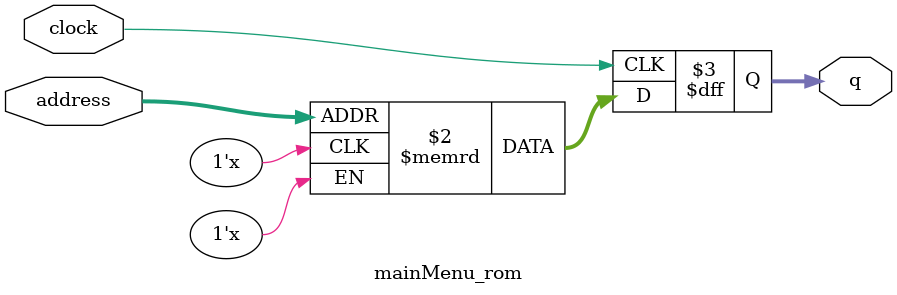
<source format=sv>
module mainMenu_rom (
	input logic clock,
	input logic [14:0] address,
	output logic [1:0] q
);

logic [1:0] memory [0:19199] /* synthesis ram_init_file = "./mainMenu/mainMenu.mif" */;

always_ff @ (posedge clock) begin
	q <= memory[address];
end

endmodule

</source>
